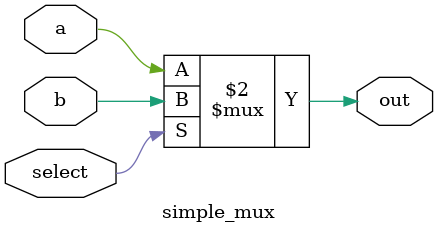
<source format=sv>
module simple_mux (
	input logic 	a,
	input logic 	b,
	input logic		select,
	output logic 	out);
	
	always_comb begin
		out = (select) ? b : a;
	end

endmodule
</source>
